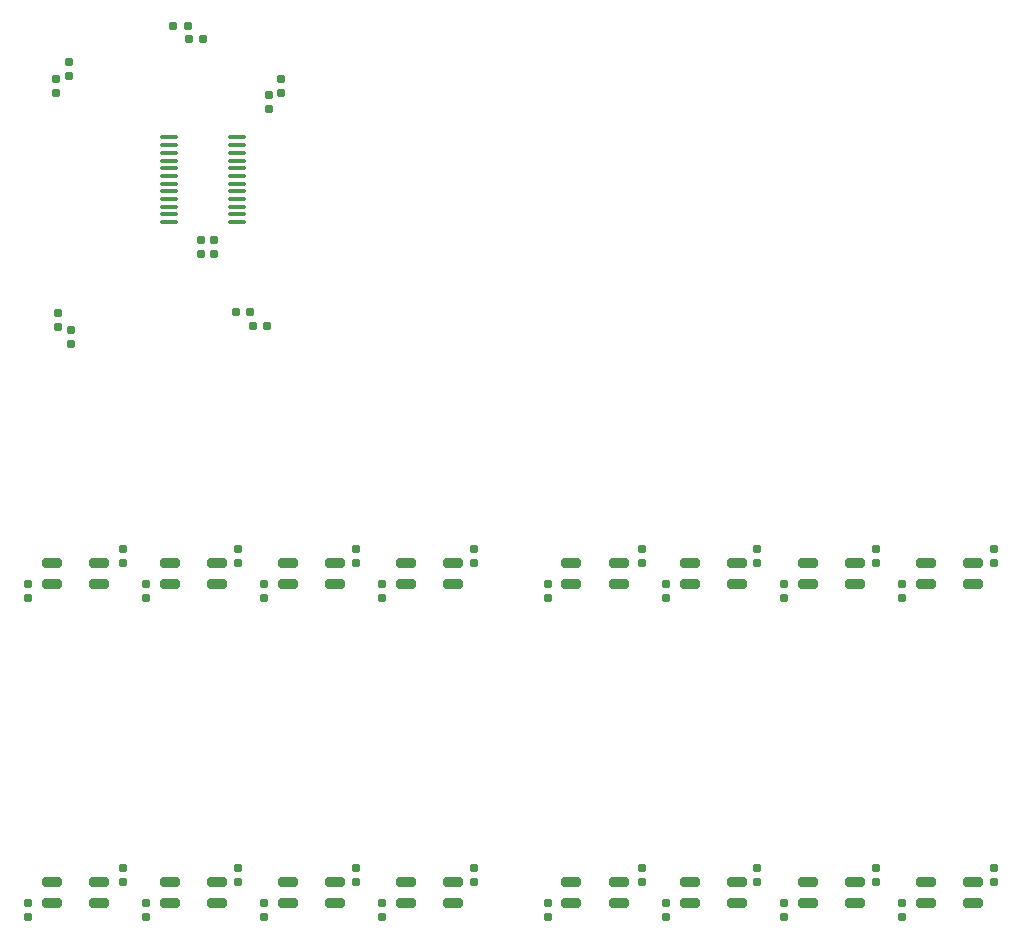
<source format=gbr>
%TF.GenerationSoftware,KiCad,Pcbnew,8.0.2*%
%TF.CreationDate,2024-05-05T14:43:23+02:00*%
%TF.ProjectId,Panelizacja 1,50616e65-6c69-47a6-9163-6a6120312e6b,rev?*%
%TF.SameCoordinates,Original*%
%TF.FileFunction,Paste,Bot*%
%TF.FilePolarity,Positive*%
%FSLAX46Y46*%
G04 Gerber Fmt 4.6, Leading zero omitted, Abs format (unit mm)*
G04 Created by KiCad (PCBNEW 8.0.2) date 2024-05-05 14:43:23*
%MOMM*%
%LPD*%
G01*
G04 APERTURE LIST*
G04 Aperture macros list*
%AMRoundRect*
0 Rectangle with rounded corners*
0 $1 Rounding radius*
0 $2 $3 $4 $5 $6 $7 $8 $9 X,Y pos of 4 corners*
0 Add a 4 corners polygon primitive as box body*
4,1,4,$2,$3,$4,$5,$6,$7,$8,$9,$2,$3,0*
0 Add four circle primitives for the rounded corners*
1,1,$1+$1,$2,$3*
1,1,$1+$1,$4,$5*
1,1,$1+$1,$6,$7*
1,1,$1+$1,$8,$9*
0 Add four rect primitives between the rounded corners*
20,1,$1+$1,$2,$3,$4,$5,0*
20,1,$1+$1,$4,$5,$6,$7,0*
20,1,$1+$1,$6,$7,$8,$9,0*
20,1,$1+$1,$8,$9,$2,$3,0*%
G04 Aperture macros list end*
%ADD10RoundRect,0.160000X-0.160000X0.197500X-0.160000X-0.197500X0.160000X-0.197500X0.160000X0.197500X0*%
%ADD11RoundRect,0.160000X0.160000X-0.197500X0.160000X0.197500X-0.160000X0.197500X-0.160000X-0.197500X0*%
%ADD12RoundRect,0.197500X-0.632500X0.197500X-0.632500X-0.197500X0.632500X-0.197500X0.632500X0.197500X0*%
%ADD13RoundRect,0.155000X0.212500X0.155000X-0.212500X0.155000X-0.212500X-0.155000X0.212500X-0.155000X0*%
%ADD14RoundRect,0.160000X-0.197500X-0.160000X0.197500X-0.160000X0.197500X0.160000X-0.197500X0.160000X0*%
%ADD15RoundRect,0.160000X0.197500X0.160000X-0.197500X0.160000X-0.197500X-0.160000X0.197500X-0.160000X0*%
%ADD16RoundRect,0.100000X-0.637500X-0.100000X0.637500X-0.100000X0.637500X0.100000X-0.637500X0.100000X0*%
G04 APERTURE END LIST*
D10*
%TO.C,R4*%
X38000000Y-108152500D03*
X38000000Y-109347500D03*
%TD*%
%TO.C,R8*%
X28000000Y-81152500D03*
X28000000Y-82347500D03*
%TD*%
D11*
%TO.C,R10*%
X35750000Y-79347500D03*
X35750000Y-78152500D03*
%TD*%
D12*
%TO.C,U5*%
X24000000Y-79350000D03*
X20000000Y-79350000D03*
X24000000Y-81150000D03*
X20000000Y-81150000D03*
%TD*%
%TO.C,U3*%
X88000000Y-106350000D03*
X84000000Y-106350000D03*
X88000000Y-108150000D03*
X84000000Y-108150000D03*
%TD*%
D10*
%TO.C,R4*%
X82000000Y-81152500D03*
X82000000Y-82347500D03*
%TD*%
D12*
%TO.C,U4*%
X78000000Y-106350000D03*
X74000000Y-106350000D03*
X78000000Y-108150000D03*
X74000000Y-108150000D03*
%TD*%
D10*
%TO.C,R4*%
X82000000Y-108152500D03*
X82000000Y-109347500D03*
%TD*%
D12*
%TO.C,U3*%
X88000000Y-79350000D03*
X84000000Y-79350000D03*
X88000000Y-81150000D03*
X84000000Y-81150000D03*
%TD*%
D10*
%TO.C,R9*%
X18000000Y-81152500D03*
X18000000Y-82347500D03*
%TD*%
D11*
%TO.C,R11*%
X26000000Y-106347500D03*
X26000000Y-105152500D03*
%TD*%
D12*
%TO.C,U3*%
X44000000Y-106350000D03*
X40000000Y-106350000D03*
X44000000Y-108150000D03*
X40000000Y-108150000D03*
%TD*%
D11*
%TO.C,R7*%
X21502500Y-38137500D03*
X21502500Y-36942500D03*
%TD*%
%TO.C,R10*%
X35750000Y-106347500D03*
X35750000Y-105152500D03*
%TD*%
D10*
%TO.C,R9*%
X18000000Y-108152500D03*
X18000000Y-109347500D03*
%TD*%
D13*
%TO.C,C1*%
X33767500Y-53200000D03*
X32632500Y-53200000D03*
%TD*%
D10*
%TO.C,R2*%
X92000000Y-81152500D03*
X92000000Y-82347500D03*
%TD*%
D11*
%TO.C,R1*%
X39400000Y-39595000D03*
X39400000Y-38400000D03*
%TD*%
%TO.C,R10*%
X79750000Y-106347500D03*
X79750000Y-105152500D03*
%TD*%
D12*
%TO.C,U4*%
X34000000Y-79350000D03*
X30000000Y-79350000D03*
X34000000Y-81150000D03*
X30000000Y-81150000D03*
%TD*%
D14*
%TO.C,R4*%
X37005000Y-59300000D03*
X38200000Y-59300000D03*
%TD*%
D10*
%TO.C,R8*%
X20400000Y-38342500D03*
X20400000Y-39537500D03*
%TD*%
D11*
%TO.C,R11*%
X26000000Y-79347500D03*
X26000000Y-78152500D03*
%TD*%
%TO.C,R11*%
X70000000Y-79347500D03*
X70000000Y-78152500D03*
%TD*%
%TO.C,R5*%
X89750000Y-79347500D03*
X89750000Y-78152500D03*
%TD*%
%TO.C,R5*%
X45750000Y-106347500D03*
X45750000Y-105152500D03*
%TD*%
D12*
%TO.C,U2*%
X98000000Y-79350000D03*
X94000000Y-79350000D03*
X98000000Y-81150000D03*
X94000000Y-81150000D03*
%TD*%
D10*
%TO.C,R2*%
X38400000Y-39700000D03*
X38400000Y-40895000D03*
%TD*%
D15*
%TO.C,R13*%
X31495000Y-33900000D03*
X30300000Y-33900000D03*
%TD*%
D14*
%TO.C,R12*%
X31605000Y-35000000D03*
X32800000Y-35000000D03*
%TD*%
D10*
%TO.C,R9*%
X62000000Y-108152500D03*
X62000000Y-109347500D03*
%TD*%
%TO.C,R6*%
X21600000Y-59602500D03*
X21600000Y-60797500D03*
%TD*%
D11*
%TO.C,R3*%
X99750000Y-106347500D03*
X99750000Y-105152500D03*
%TD*%
D10*
%TO.C,R8*%
X72000000Y-81152500D03*
X72000000Y-82347500D03*
%TD*%
D11*
%TO.C,R5*%
X45750000Y-79347500D03*
X45750000Y-78152500D03*
%TD*%
D12*
%TO.C,U2*%
X54000000Y-79350000D03*
X50000000Y-79350000D03*
X54000000Y-81150000D03*
X50000000Y-81150000D03*
%TD*%
D16*
%TO.C,U1*%
X29937500Y-50475000D03*
X29937500Y-49825000D03*
X29937500Y-49175000D03*
X29937500Y-48525000D03*
X29937500Y-47875000D03*
X29937500Y-47225000D03*
X29937500Y-46575000D03*
X29937500Y-45925000D03*
X29937500Y-45275000D03*
X29937500Y-44625000D03*
X29937500Y-43975000D03*
X29937500Y-43325000D03*
X35662500Y-43325000D03*
X35662500Y-43975000D03*
X35662500Y-44625000D03*
X35662500Y-45275000D03*
X35662500Y-45925000D03*
X35662500Y-46575000D03*
X35662500Y-47225000D03*
X35662500Y-47875000D03*
X35662500Y-48525000D03*
X35662500Y-49175000D03*
X35662500Y-49825000D03*
X35662500Y-50475000D03*
%TD*%
D12*
%TO.C,U5*%
X24000000Y-106350000D03*
X20000000Y-106350000D03*
X24000000Y-108150000D03*
X20000000Y-108150000D03*
%TD*%
D11*
%TO.C,R3*%
X55750000Y-106347500D03*
X55750000Y-105152500D03*
%TD*%
D13*
%TO.C,C2*%
X33767500Y-52000000D03*
X32632500Y-52000000D03*
%TD*%
D10*
%TO.C,R2*%
X48000000Y-108152500D03*
X48000000Y-109347500D03*
%TD*%
D12*
%TO.C,U4*%
X78000000Y-79350000D03*
X74000000Y-79350000D03*
X78000000Y-81150000D03*
X74000000Y-81150000D03*
%TD*%
%TO.C,U3*%
X44000000Y-79350000D03*
X40000000Y-79350000D03*
X44000000Y-81150000D03*
X40000000Y-81150000D03*
%TD*%
D10*
%TO.C,R2*%
X92000000Y-108152500D03*
X92000000Y-109347500D03*
%TD*%
D11*
%TO.C,R5*%
X89750000Y-106347500D03*
X89750000Y-105152500D03*
%TD*%
%TO.C,R3*%
X99750000Y-79347500D03*
X99750000Y-78152500D03*
%TD*%
D12*
%TO.C,U5*%
X68000000Y-79350000D03*
X64000000Y-79350000D03*
X68000000Y-81150000D03*
X64000000Y-81150000D03*
%TD*%
D11*
%TO.C,R11*%
X70000000Y-106347500D03*
X70000000Y-105152500D03*
%TD*%
D10*
%TO.C,R8*%
X28000000Y-108152500D03*
X28000000Y-109347500D03*
%TD*%
D12*
%TO.C,U2*%
X98000000Y-106350000D03*
X94000000Y-106350000D03*
X98000000Y-108150000D03*
X94000000Y-108150000D03*
%TD*%
D11*
%TO.C,R5*%
X20500000Y-59395000D03*
X20500000Y-58200000D03*
%TD*%
D12*
%TO.C,U4*%
X34000000Y-106350000D03*
X30000000Y-106350000D03*
X34000000Y-108150000D03*
X30000000Y-108150000D03*
%TD*%
D10*
%TO.C,R4*%
X38000000Y-81152500D03*
X38000000Y-82347500D03*
%TD*%
%TO.C,R2*%
X48000000Y-81152500D03*
X48000000Y-82347500D03*
%TD*%
D12*
%TO.C,U5*%
X68000000Y-106350000D03*
X64000000Y-106350000D03*
X68000000Y-108150000D03*
X64000000Y-108150000D03*
%TD*%
D15*
%TO.C,R3*%
X36800000Y-58100000D03*
X35605000Y-58100000D03*
%TD*%
D10*
%TO.C,R9*%
X62000000Y-81152500D03*
X62000000Y-82347500D03*
%TD*%
D11*
%TO.C,R3*%
X55750000Y-79347500D03*
X55750000Y-78152500D03*
%TD*%
D10*
%TO.C,R8*%
X72000000Y-108152500D03*
X72000000Y-109347500D03*
%TD*%
D12*
%TO.C,U2*%
X54000000Y-106350000D03*
X50000000Y-106350000D03*
X54000000Y-108150000D03*
X50000000Y-108150000D03*
%TD*%
D11*
%TO.C,R10*%
X79750000Y-79347500D03*
X79750000Y-78152500D03*
%TD*%
M02*

</source>
